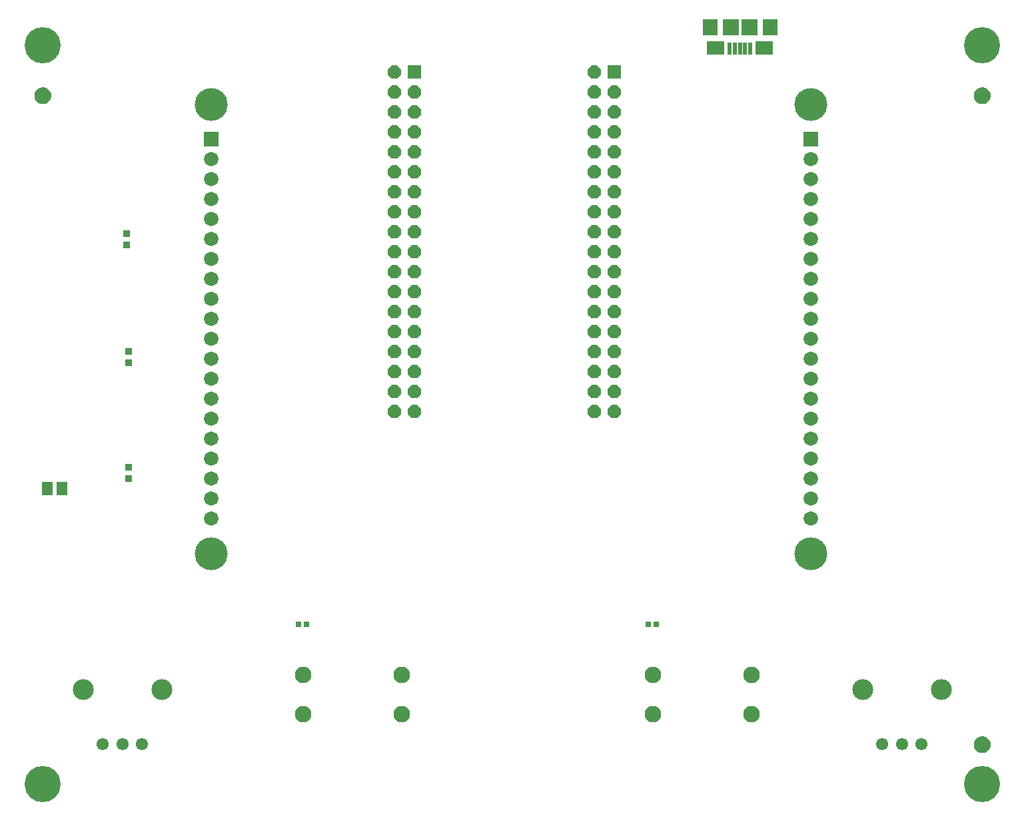
<source format=gbr>
G04 EAGLE Gerber RS-274X export*
G75*
%MOMM*%
%FSLAX34Y34*%
%LPD*%
%INSoldermask Top*%
%IPPOS*%
%AMOC8*
5,1,8,0,0,1.08239X$1,22.5*%
G01*
%ADD10R,1.676400X1.676400*%
%ADD11P,1.814519X8X292.500000*%
%ADD12C,1.552400*%
%ADD13C,2.652400*%
%ADD14C,2.112400*%
%ADD15R,0.952400X0.952400*%
%ADD16R,0.652400X0.752400*%
%ADD17R,1.828800X1.828800*%
%ADD18C,1.828800*%
%ADD19C,4.168400*%
%ADD20R,1.952400X2.052400*%
%ADD21R,2.052400X2.052400*%
%ADD22R,2.252400X1.752400*%
%ADD23R,0.552400X1.502400*%
%ADD24C,0.609600*%
%ADD25C,1.168400*%
%ADD26C,4.597400*%
%ADD27R,1.452400X1.652400*%


D10*
X764800Y944200D03*
D11*
X739400Y944200D03*
X764800Y918800D03*
X739400Y918800D03*
X764800Y893400D03*
X739400Y893400D03*
X764800Y868000D03*
X739400Y868000D03*
X764800Y842600D03*
X739400Y842600D03*
X764800Y817200D03*
X739400Y817200D03*
X764800Y791800D03*
X739400Y791800D03*
X764800Y766400D03*
X739400Y766400D03*
X764800Y741000D03*
X739400Y741000D03*
X764800Y715600D03*
X739400Y715600D03*
X764800Y690200D03*
X739400Y690200D03*
X764800Y664800D03*
X739400Y664800D03*
X764800Y639400D03*
X739400Y639400D03*
X764800Y614000D03*
X739400Y614000D03*
X764800Y588600D03*
X739400Y588600D03*
X764800Y563200D03*
X739400Y563200D03*
X764800Y537800D03*
X739400Y537800D03*
X764800Y512400D03*
X739400Y512400D03*
D10*
X510800Y944200D03*
D11*
X485400Y944200D03*
X510800Y918800D03*
X485400Y918800D03*
X510800Y893400D03*
X485400Y893400D03*
X510800Y868000D03*
X485400Y868000D03*
X510800Y842600D03*
X485400Y842600D03*
X510800Y817200D03*
X485400Y817200D03*
X510800Y791800D03*
X485400Y791800D03*
X510800Y766400D03*
X485400Y766400D03*
X510800Y741000D03*
X485400Y741000D03*
X510800Y715600D03*
X485400Y715600D03*
X510800Y690200D03*
X485400Y690200D03*
X510800Y664800D03*
X485400Y664800D03*
X510800Y639400D03*
X485400Y639400D03*
X510800Y614000D03*
X485400Y614000D03*
X510800Y588600D03*
X485400Y588600D03*
X510800Y563200D03*
X485400Y563200D03*
X510800Y537800D03*
X485400Y537800D03*
X510800Y512400D03*
X485400Y512400D03*
D12*
X114700Y88900D03*
X139700Y88900D03*
X164700Y88900D03*
D13*
X89700Y158900D03*
X189700Y158900D03*
D12*
X1105300Y88900D03*
X1130300Y88900D03*
X1155300Y88900D03*
D13*
X1080300Y158900D03*
X1180300Y158900D03*
D14*
X494300Y177400D03*
X494300Y127400D03*
X369300Y127400D03*
X369300Y177400D03*
X938800Y177400D03*
X938800Y127400D03*
X813800Y127400D03*
X813800Y177400D03*
D15*
X144780Y739020D03*
X144780Y724020D03*
X147320Y589160D03*
X147320Y574160D03*
X147320Y441840D03*
X147320Y426840D03*
D16*
X363300Y241300D03*
X373300Y241300D03*
X807800Y241300D03*
X817800Y241300D03*
D17*
X252730Y858520D03*
D18*
X252730Y833120D03*
X252730Y807720D03*
X252730Y782320D03*
X252730Y756920D03*
X252730Y731520D03*
X252730Y706120D03*
X252730Y680720D03*
X252730Y655320D03*
X252730Y629920D03*
X252730Y604520D03*
X252730Y579120D03*
X252730Y553720D03*
X252730Y528320D03*
X252730Y502920D03*
X252730Y477520D03*
X252730Y452120D03*
X252730Y426720D03*
X252730Y401320D03*
X252730Y375920D03*
D17*
X1014730Y858520D03*
D18*
X1014730Y833120D03*
X1014730Y807720D03*
X1014730Y782320D03*
X1014730Y756920D03*
X1014730Y731520D03*
X1014730Y706120D03*
X1014730Y680720D03*
X1014730Y655320D03*
X1014730Y629920D03*
X1014730Y604520D03*
X1014730Y579120D03*
X1014730Y553720D03*
X1014730Y528320D03*
X1014730Y502920D03*
X1014730Y477520D03*
X1014730Y452120D03*
X1014730Y426720D03*
X1014730Y401320D03*
X1014730Y375920D03*
D19*
X1014730Y331470D03*
X1014730Y902970D03*
X252730Y331470D03*
X252730Y902970D03*
D20*
X962560Y1000760D03*
D21*
X936560Y1000760D03*
X912560Y1000760D03*
D20*
X886560Y1000760D03*
D22*
X893560Y975260D03*
X955560Y975260D03*
D23*
X924560Y974010D03*
X931060Y974010D03*
X911560Y974010D03*
X918060Y974010D03*
X937560Y974010D03*
D24*
X30480Y914400D02*
X30482Y914587D01*
X30489Y914774D01*
X30501Y914961D01*
X30517Y915147D01*
X30537Y915333D01*
X30562Y915518D01*
X30592Y915703D01*
X30626Y915887D01*
X30665Y916070D01*
X30708Y916252D01*
X30756Y916432D01*
X30808Y916612D01*
X30865Y916790D01*
X30925Y916967D01*
X30991Y917142D01*
X31060Y917316D01*
X31134Y917488D01*
X31212Y917658D01*
X31294Y917826D01*
X31380Y917992D01*
X31470Y918156D01*
X31564Y918317D01*
X31662Y918477D01*
X31764Y918633D01*
X31870Y918788D01*
X31980Y918939D01*
X32093Y919088D01*
X32210Y919234D01*
X32330Y919377D01*
X32454Y919517D01*
X32581Y919654D01*
X32712Y919788D01*
X32846Y919919D01*
X32983Y920046D01*
X33123Y920170D01*
X33266Y920290D01*
X33412Y920407D01*
X33561Y920520D01*
X33712Y920630D01*
X33867Y920736D01*
X34023Y920838D01*
X34183Y920936D01*
X34344Y921030D01*
X34508Y921120D01*
X34674Y921206D01*
X34842Y921288D01*
X35012Y921366D01*
X35184Y921440D01*
X35358Y921509D01*
X35533Y921575D01*
X35710Y921635D01*
X35888Y921692D01*
X36068Y921744D01*
X36248Y921792D01*
X36430Y921835D01*
X36613Y921874D01*
X36797Y921908D01*
X36982Y921938D01*
X37167Y921963D01*
X37353Y921983D01*
X37539Y921999D01*
X37726Y922011D01*
X37913Y922018D01*
X38100Y922020D01*
X38287Y922018D01*
X38474Y922011D01*
X38661Y921999D01*
X38847Y921983D01*
X39033Y921963D01*
X39218Y921938D01*
X39403Y921908D01*
X39587Y921874D01*
X39770Y921835D01*
X39952Y921792D01*
X40132Y921744D01*
X40312Y921692D01*
X40490Y921635D01*
X40667Y921575D01*
X40842Y921509D01*
X41016Y921440D01*
X41188Y921366D01*
X41358Y921288D01*
X41526Y921206D01*
X41692Y921120D01*
X41856Y921030D01*
X42017Y920936D01*
X42177Y920838D01*
X42333Y920736D01*
X42488Y920630D01*
X42639Y920520D01*
X42788Y920407D01*
X42934Y920290D01*
X43077Y920170D01*
X43217Y920046D01*
X43354Y919919D01*
X43488Y919788D01*
X43619Y919654D01*
X43746Y919517D01*
X43870Y919377D01*
X43990Y919234D01*
X44107Y919088D01*
X44220Y918939D01*
X44330Y918788D01*
X44436Y918633D01*
X44538Y918477D01*
X44636Y918317D01*
X44730Y918156D01*
X44820Y917992D01*
X44906Y917826D01*
X44988Y917658D01*
X45066Y917488D01*
X45140Y917316D01*
X45209Y917142D01*
X45275Y916967D01*
X45335Y916790D01*
X45392Y916612D01*
X45444Y916432D01*
X45492Y916252D01*
X45535Y916070D01*
X45574Y915887D01*
X45608Y915703D01*
X45638Y915518D01*
X45663Y915333D01*
X45683Y915147D01*
X45699Y914961D01*
X45711Y914774D01*
X45718Y914587D01*
X45720Y914400D01*
X45718Y914213D01*
X45711Y914026D01*
X45699Y913839D01*
X45683Y913653D01*
X45663Y913467D01*
X45638Y913282D01*
X45608Y913097D01*
X45574Y912913D01*
X45535Y912730D01*
X45492Y912548D01*
X45444Y912368D01*
X45392Y912188D01*
X45335Y912010D01*
X45275Y911833D01*
X45209Y911658D01*
X45140Y911484D01*
X45066Y911312D01*
X44988Y911142D01*
X44906Y910974D01*
X44820Y910808D01*
X44730Y910644D01*
X44636Y910483D01*
X44538Y910323D01*
X44436Y910167D01*
X44330Y910012D01*
X44220Y909861D01*
X44107Y909712D01*
X43990Y909566D01*
X43870Y909423D01*
X43746Y909283D01*
X43619Y909146D01*
X43488Y909012D01*
X43354Y908881D01*
X43217Y908754D01*
X43077Y908630D01*
X42934Y908510D01*
X42788Y908393D01*
X42639Y908280D01*
X42488Y908170D01*
X42333Y908064D01*
X42177Y907962D01*
X42017Y907864D01*
X41856Y907770D01*
X41692Y907680D01*
X41526Y907594D01*
X41358Y907512D01*
X41188Y907434D01*
X41016Y907360D01*
X40842Y907291D01*
X40667Y907225D01*
X40490Y907165D01*
X40312Y907108D01*
X40132Y907056D01*
X39952Y907008D01*
X39770Y906965D01*
X39587Y906926D01*
X39403Y906892D01*
X39218Y906862D01*
X39033Y906837D01*
X38847Y906817D01*
X38661Y906801D01*
X38474Y906789D01*
X38287Y906782D01*
X38100Y906780D01*
X37913Y906782D01*
X37726Y906789D01*
X37539Y906801D01*
X37353Y906817D01*
X37167Y906837D01*
X36982Y906862D01*
X36797Y906892D01*
X36613Y906926D01*
X36430Y906965D01*
X36248Y907008D01*
X36068Y907056D01*
X35888Y907108D01*
X35710Y907165D01*
X35533Y907225D01*
X35358Y907291D01*
X35184Y907360D01*
X35012Y907434D01*
X34842Y907512D01*
X34674Y907594D01*
X34508Y907680D01*
X34344Y907770D01*
X34183Y907864D01*
X34023Y907962D01*
X33867Y908064D01*
X33712Y908170D01*
X33561Y908280D01*
X33412Y908393D01*
X33266Y908510D01*
X33123Y908630D01*
X32983Y908754D01*
X32846Y908881D01*
X32712Y909012D01*
X32581Y909146D01*
X32454Y909283D01*
X32330Y909423D01*
X32210Y909566D01*
X32093Y909712D01*
X31980Y909861D01*
X31870Y910012D01*
X31764Y910167D01*
X31662Y910323D01*
X31564Y910483D01*
X31470Y910644D01*
X31380Y910808D01*
X31294Y910974D01*
X31212Y911142D01*
X31134Y911312D01*
X31060Y911484D01*
X30991Y911658D01*
X30925Y911833D01*
X30865Y912010D01*
X30808Y912188D01*
X30756Y912368D01*
X30708Y912548D01*
X30665Y912730D01*
X30626Y912913D01*
X30592Y913097D01*
X30562Y913282D01*
X30537Y913467D01*
X30517Y913653D01*
X30501Y913839D01*
X30489Y914026D01*
X30482Y914213D01*
X30480Y914400D01*
D25*
X38100Y914400D03*
D24*
X1224280Y914400D02*
X1224282Y914587D01*
X1224289Y914774D01*
X1224301Y914961D01*
X1224317Y915147D01*
X1224337Y915333D01*
X1224362Y915518D01*
X1224392Y915703D01*
X1224426Y915887D01*
X1224465Y916070D01*
X1224508Y916252D01*
X1224556Y916432D01*
X1224608Y916612D01*
X1224665Y916790D01*
X1224725Y916967D01*
X1224791Y917142D01*
X1224860Y917316D01*
X1224934Y917488D01*
X1225012Y917658D01*
X1225094Y917826D01*
X1225180Y917992D01*
X1225270Y918156D01*
X1225364Y918317D01*
X1225462Y918477D01*
X1225564Y918633D01*
X1225670Y918788D01*
X1225780Y918939D01*
X1225893Y919088D01*
X1226010Y919234D01*
X1226130Y919377D01*
X1226254Y919517D01*
X1226381Y919654D01*
X1226512Y919788D01*
X1226646Y919919D01*
X1226783Y920046D01*
X1226923Y920170D01*
X1227066Y920290D01*
X1227212Y920407D01*
X1227361Y920520D01*
X1227512Y920630D01*
X1227667Y920736D01*
X1227823Y920838D01*
X1227983Y920936D01*
X1228144Y921030D01*
X1228308Y921120D01*
X1228474Y921206D01*
X1228642Y921288D01*
X1228812Y921366D01*
X1228984Y921440D01*
X1229158Y921509D01*
X1229333Y921575D01*
X1229510Y921635D01*
X1229688Y921692D01*
X1229868Y921744D01*
X1230048Y921792D01*
X1230230Y921835D01*
X1230413Y921874D01*
X1230597Y921908D01*
X1230782Y921938D01*
X1230967Y921963D01*
X1231153Y921983D01*
X1231339Y921999D01*
X1231526Y922011D01*
X1231713Y922018D01*
X1231900Y922020D01*
X1232087Y922018D01*
X1232274Y922011D01*
X1232461Y921999D01*
X1232647Y921983D01*
X1232833Y921963D01*
X1233018Y921938D01*
X1233203Y921908D01*
X1233387Y921874D01*
X1233570Y921835D01*
X1233752Y921792D01*
X1233932Y921744D01*
X1234112Y921692D01*
X1234290Y921635D01*
X1234467Y921575D01*
X1234642Y921509D01*
X1234816Y921440D01*
X1234988Y921366D01*
X1235158Y921288D01*
X1235326Y921206D01*
X1235492Y921120D01*
X1235656Y921030D01*
X1235817Y920936D01*
X1235977Y920838D01*
X1236133Y920736D01*
X1236288Y920630D01*
X1236439Y920520D01*
X1236588Y920407D01*
X1236734Y920290D01*
X1236877Y920170D01*
X1237017Y920046D01*
X1237154Y919919D01*
X1237288Y919788D01*
X1237419Y919654D01*
X1237546Y919517D01*
X1237670Y919377D01*
X1237790Y919234D01*
X1237907Y919088D01*
X1238020Y918939D01*
X1238130Y918788D01*
X1238236Y918633D01*
X1238338Y918477D01*
X1238436Y918317D01*
X1238530Y918156D01*
X1238620Y917992D01*
X1238706Y917826D01*
X1238788Y917658D01*
X1238866Y917488D01*
X1238940Y917316D01*
X1239009Y917142D01*
X1239075Y916967D01*
X1239135Y916790D01*
X1239192Y916612D01*
X1239244Y916432D01*
X1239292Y916252D01*
X1239335Y916070D01*
X1239374Y915887D01*
X1239408Y915703D01*
X1239438Y915518D01*
X1239463Y915333D01*
X1239483Y915147D01*
X1239499Y914961D01*
X1239511Y914774D01*
X1239518Y914587D01*
X1239520Y914400D01*
X1239518Y914213D01*
X1239511Y914026D01*
X1239499Y913839D01*
X1239483Y913653D01*
X1239463Y913467D01*
X1239438Y913282D01*
X1239408Y913097D01*
X1239374Y912913D01*
X1239335Y912730D01*
X1239292Y912548D01*
X1239244Y912368D01*
X1239192Y912188D01*
X1239135Y912010D01*
X1239075Y911833D01*
X1239009Y911658D01*
X1238940Y911484D01*
X1238866Y911312D01*
X1238788Y911142D01*
X1238706Y910974D01*
X1238620Y910808D01*
X1238530Y910644D01*
X1238436Y910483D01*
X1238338Y910323D01*
X1238236Y910167D01*
X1238130Y910012D01*
X1238020Y909861D01*
X1237907Y909712D01*
X1237790Y909566D01*
X1237670Y909423D01*
X1237546Y909283D01*
X1237419Y909146D01*
X1237288Y909012D01*
X1237154Y908881D01*
X1237017Y908754D01*
X1236877Y908630D01*
X1236734Y908510D01*
X1236588Y908393D01*
X1236439Y908280D01*
X1236288Y908170D01*
X1236133Y908064D01*
X1235977Y907962D01*
X1235817Y907864D01*
X1235656Y907770D01*
X1235492Y907680D01*
X1235326Y907594D01*
X1235158Y907512D01*
X1234988Y907434D01*
X1234816Y907360D01*
X1234642Y907291D01*
X1234467Y907225D01*
X1234290Y907165D01*
X1234112Y907108D01*
X1233932Y907056D01*
X1233752Y907008D01*
X1233570Y906965D01*
X1233387Y906926D01*
X1233203Y906892D01*
X1233018Y906862D01*
X1232833Y906837D01*
X1232647Y906817D01*
X1232461Y906801D01*
X1232274Y906789D01*
X1232087Y906782D01*
X1231900Y906780D01*
X1231713Y906782D01*
X1231526Y906789D01*
X1231339Y906801D01*
X1231153Y906817D01*
X1230967Y906837D01*
X1230782Y906862D01*
X1230597Y906892D01*
X1230413Y906926D01*
X1230230Y906965D01*
X1230048Y907008D01*
X1229868Y907056D01*
X1229688Y907108D01*
X1229510Y907165D01*
X1229333Y907225D01*
X1229158Y907291D01*
X1228984Y907360D01*
X1228812Y907434D01*
X1228642Y907512D01*
X1228474Y907594D01*
X1228308Y907680D01*
X1228144Y907770D01*
X1227983Y907864D01*
X1227823Y907962D01*
X1227667Y908064D01*
X1227512Y908170D01*
X1227361Y908280D01*
X1227212Y908393D01*
X1227066Y908510D01*
X1226923Y908630D01*
X1226783Y908754D01*
X1226646Y908881D01*
X1226512Y909012D01*
X1226381Y909146D01*
X1226254Y909283D01*
X1226130Y909423D01*
X1226010Y909566D01*
X1225893Y909712D01*
X1225780Y909861D01*
X1225670Y910012D01*
X1225564Y910167D01*
X1225462Y910323D01*
X1225364Y910483D01*
X1225270Y910644D01*
X1225180Y910808D01*
X1225094Y910974D01*
X1225012Y911142D01*
X1224934Y911312D01*
X1224860Y911484D01*
X1224791Y911658D01*
X1224725Y911833D01*
X1224665Y912010D01*
X1224608Y912188D01*
X1224556Y912368D01*
X1224508Y912548D01*
X1224465Y912730D01*
X1224426Y912913D01*
X1224392Y913097D01*
X1224362Y913282D01*
X1224337Y913467D01*
X1224317Y913653D01*
X1224301Y913839D01*
X1224289Y914026D01*
X1224282Y914213D01*
X1224280Y914400D01*
D25*
X1231900Y914400D03*
D24*
X1224280Y88900D02*
X1224282Y89087D01*
X1224289Y89274D01*
X1224301Y89461D01*
X1224317Y89647D01*
X1224337Y89833D01*
X1224362Y90018D01*
X1224392Y90203D01*
X1224426Y90387D01*
X1224465Y90570D01*
X1224508Y90752D01*
X1224556Y90932D01*
X1224608Y91112D01*
X1224665Y91290D01*
X1224725Y91467D01*
X1224791Y91642D01*
X1224860Y91816D01*
X1224934Y91988D01*
X1225012Y92158D01*
X1225094Y92326D01*
X1225180Y92492D01*
X1225270Y92656D01*
X1225364Y92817D01*
X1225462Y92977D01*
X1225564Y93133D01*
X1225670Y93288D01*
X1225780Y93439D01*
X1225893Y93588D01*
X1226010Y93734D01*
X1226130Y93877D01*
X1226254Y94017D01*
X1226381Y94154D01*
X1226512Y94288D01*
X1226646Y94419D01*
X1226783Y94546D01*
X1226923Y94670D01*
X1227066Y94790D01*
X1227212Y94907D01*
X1227361Y95020D01*
X1227512Y95130D01*
X1227667Y95236D01*
X1227823Y95338D01*
X1227983Y95436D01*
X1228144Y95530D01*
X1228308Y95620D01*
X1228474Y95706D01*
X1228642Y95788D01*
X1228812Y95866D01*
X1228984Y95940D01*
X1229158Y96009D01*
X1229333Y96075D01*
X1229510Y96135D01*
X1229688Y96192D01*
X1229868Y96244D01*
X1230048Y96292D01*
X1230230Y96335D01*
X1230413Y96374D01*
X1230597Y96408D01*
X1230782Y96438D01*
X1230967Y96463D01*
X1231153Y96483D01*
X1231339Y96499D01*
X1231526Y96511D01*
X1231713Y96518D01*
X1231900Y96520D01*
X1232087Y96518D01*
X1232274Y96511D01*
X1232461Y96499D01*
X1232647Y96483D01*
X1232833Y96463D01*
X1233018Y96438D01*
X1233203Y96408D01*
X1233387Y96374D01*
X1233570Y96335D01*
X1233752Y96292D01*
X1233932Y96244D01*
X1234112Y96192D01*
X1234290Y96135D01*
X1234467Y96075D01*
X1234642Y96009D01*
X1234816Y95940D01*
X1234988Y95866D01*
X1235158Y95788D01*
X1235326Y95706D01*
X1235492Y95620D01*
X1235656Y95530D01*
X1235817Y95436D01*
X1235977Y95338D01*
X1236133Y95236D01*
X1236288Y95130D01*
X1236439Y95020D01*
X1236588Y94907D01*
X1236734Y94790D01*
X1236877Y94670D01*
X1237017Y94546D01*
X1237154Y94419D01*
X1237288Y94288D01*
X1237419Y94154D01*
X1237546Y94017D01*
X1237670Y93877D01*
X1237790Y93734D01*
X1237907Y93588D01*
X1238020Y93439D01*
X1238130Y93288D01*
X1238236Y93133D01*
X1238338Y92977D01*
X1238436Y92817D01*
X1238530Y92656D01*
X1238620Y92492D01*
X1238706Y92326D01*
X1238788Y92158D01*
X1238866Y91988D01*
X1238940Y91816D01*
X1239009Y91642D01*
X1239075Y91467D01*
X1239135Y91290D01*
X1239192Y91112D01*
X1239244Y90932D01*
X1239292Y90752D01*
X1239335Y90570D01*
X1239374Y90387D01*
X1239408Y90203D01*
X1239438Y90018D01*
X1239463Y89833D01*
X1239483Y89647D01*
X1239499Y89461D01*
X1239511Y89274D01*
X1239518Y89087D01*
X1239520Y88900D01*
X1239518Y88713D01*
X1239511Y88526D01*
X1239499Y88339D01*
X1239483Y88153D01*
X1239463Y87967D01*
X1239438Y87782D01*
X1239408Y87597D01*
X1239374Y87413D01*
X1239335Y87230D01*
X1239292Y87048D01*
X1239244Y86868D01*
X1239192Y86688D01*
X1239135Y86510D01*
X1239075Y86333D01*
X1239009Y86158D01*
X1238940Y85984D01*
X1238866Y85812D01*
X1238788Y85642D01*
X1238706Y85474D01*
X1238620Y85308D01*
X1238530Y85144D01*
X1238436Y84983D01*
X1238338Y84823D01*
X1238236Y84667D01*
X1238130Y84512D01*
X1238020Y84361D01*
X1237907Y84212D01*
X1237790Y84066D01*
X1237670Y83923D01*
X1237546Y83783D01*
X1237419Y83646D01*
X1237288Y83512D01*
X1237154Y83381D01*
X1237017Y83254D01*
X1236877Y83130D01*
X1236734Y83010D01*
X1236588Y82893D01*
X1236439Y82780D01*
X1236288Y82670D01*
X1236133Y82564D01*
X1235977Y82462D01*
X1235817Y82364D01*
X1235656Y82270D01*
X1235492Y82180D01*
X1235326Y82094D01*
X1235158Y82012D01*
X1234988Y81934D01*
X1234816Y81860D01*
X1234642Y81791D01*
X1234467Y81725D01*
X1234290Y81665D01*
X1234112Y81608D01*
X1233932Y81556D01*
X1233752Y81508D01*
X1233570Y81465D01*
X1233387Y81426D01*
X1233203Y81392D01*
X1233018Y81362D01*
X1232833Y81337D01*
X1232647Y81317D01*
X1232461Y81301D01*
X1232274Y81289D01*
X1232087Y81282D01*
X1231900Y81280D01*
X1231713Y81282D01*
X1231526Y81289D01*
X1231339Y81301D01*
X1231153Y81317D01*
X1230967Y81337D01*
X1230782Y81362D01*
X1230597Y81392D01*
X1230413Y81426D01*
X1230230Y81465D01*
X1230048Y81508D01*
X1229868Y81556D01*
X1229688Y81608D01*
X1229510Y81665D01*
X1229333Y81725D01*
X1229158Y81791D01*
X1228984Y81860D01*
X1228812Y81934D01*
X1228642Y82012D01*
X1228474Y82094D01*
X1228308Y82180D01*
X1228144Y82270D01*
X1227983Y82364D01*
X1227823Y82462D01*
X1227667Y82564D01*
X1227512Y82670D01*
X1227361Y82780D01*
X1227212Y82893D01*
X1227066Y83010D01*
X1226923Y83130D01*
X1226783Y83254D01*
X1226646Y83381D01*
X1226512Y83512D01*
X1226381Y83646D01*
X1226254Y83783D01*
X1226130Y83923D01*
X1226010Y84066D01*
X1225893Y84212D01*
X1225780Y84361D01*
X1225670Y84512D01*
X1225564Y84667D01*
X1225462Y84823D01*
X1225364Y84983D01*
X1225270Y85144D01*
X1225180Y85308D01*
X1225094Y85474D01*
X1225012Y85642D01*
X1224934Y85812D01*
X1224860Y85984D01*
X1224791Y86158D01*
X1224725Y86333D01*
X1224665Y86510D01*
X1224608Y86688D01*
X1224556Y86868D01*
X1224508Y87048D01*
X1224465Y87230D01*
X1224426Y87413D01*
X1224392Y87597D01*
X1224362Y87782D01*
X1224337Y87967D01*
X1224317Y88153D01*
X1224301Y88339D01*
X1224289Y88526D01*
X1224282Y88713D01*
X1224280Y88900D01*
D25*
X1231900Y88900D03*
D26*
X38100Y977900D03*
X38100Y38100D03*
X1231900Y38100D03*
X1231900Y977900D03*
D27*
X43840Y414020D03*
X62840Y414020D03*
M02*

</source>
